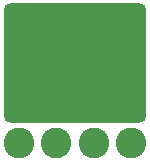
<source format=gts>
%TF.GenerationSoftware,KiCad,Pcbnew,6.0.1*%
%TF.CreationDate,2022-01-28T00:01:39+08:00*%
%TF.ProjectId,chip-carrier,63686970-2d63-4617-9272-6965722e6b69,v02*%
%TF.SameCoordinates,Original*%
%TF.FileFunction,Soldermask,Top*%
%TF.FilePolarity,Negative*%
%FSLAX46Y46*%
G04 Gerber Fmt 4.6, Leading zero omitted, Abs format (unit mm)*
G04 Created by KiCad (PCBNEW 6.0.1) date 2022-01-28 00:01:39*
%MOMM*%
%LPD*%
G01*
G04 APERTURE LIST*
G04 Aperture macros list*
%AMRoundRect*
0 Rectangle with rounded corners*
0 $1 Rounding radius*
0 $2 $3 $4 $5 $6 $7 $8 $9 X,Y pos of 4 corners*
0 Add a 4 corners polygon primitive as box body*
4,1,4,$2,$3,$4,$5,$6,$7,$8,$9,$2,$3,0*
0 Add four circle primitives for the rounded corners*
1,1,$1+$1,$2,$3*
1,1,$1+$1,$4,$5*
1,1,$1+$1,$6,$7*
1,1,$1+$1,$8,$9*
0 Add four rect primitives between the rounded corners*
20,1,$1+$1,$2,$3,$4,$5,0*
20,1,$1+$1,$4,$5,$6,$7,0*
20,1,$1+$1,$6,$7,$8,$9,0*
20,1,$1+$1,$8,$9,$2,$3,0*%
G04 Aperture macros list end*
%ADD10RoundRect,0.550800X-5.500000X-4.500000X5.500000X-4.500000X5.500000X4.500000X-5.500000X4.500000X0*%
%ADD11C,2.601600*%
G04 APERTURE END LIST*
D10*
%TO.C,U1*%
X149800000Y-100400000D03*
%TD*%
D11*
%TO.C,U5*%
X148216667Y-107150000D03*
%TD*%
%TO.C,U3*%
X151383333Y-107150000D03*
%TD*%
%TO.C,U4*%
X145050000Y-107150000D03*
%TD*%
%TO.C,U2*%
X154550000Y-107150000D03*
%TD*%
M02*

</source>
